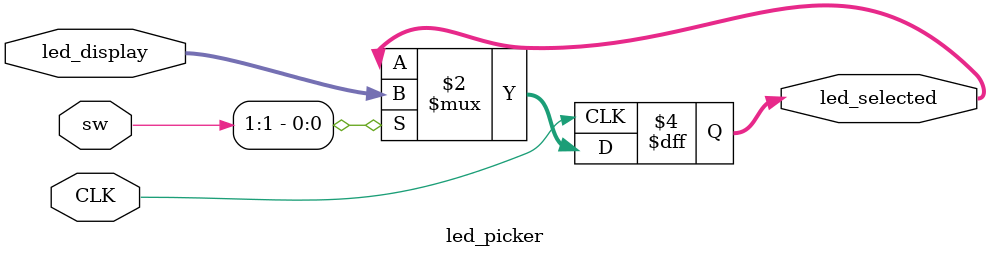
<source format=v>
`timescale 1ns / 1ps


module led_picker(
    input CLK,
    input [15:0] sw,
    input [15:0] led_display,
    output reg [15:0]led_selected
    );
    
    always@(posedge CLK) begin
        if(sw[1])begin
            led_selected <= led_display;
        end
    end
endmodule

</source>
